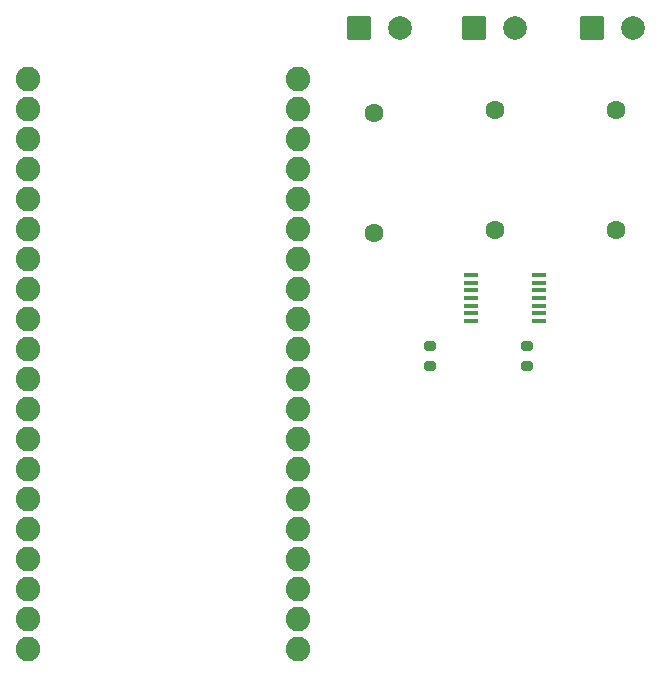
<source format=gbr>
%TF.GenerationSoftware,KiCad,Pcbnew,9.0.6*%
%TF.CreationDate,2025-11-23T12:16:46-08:00*%
%TF.ProjectId,CurrentTransformer,43757272-656e-4745-9472-616e73666f72,rev?*%
%TF.SameCoordinates,Original*%
%TF.FileFunction,Soldermask,Top*%
%TF.FilePolarity,Negative*%
%FSLAX46Y46*%
G04 Gerber Fmt 4.6, Leading zero omitted, Abs format (unit mm)*
G04 Created by KiCad (PCBNEW 9.0.6) date 2025-11-23 12:16:46*
%MOMM*%
%LPD*%
G01*
G04 APERTURE LIST*
G04 Aperture macros list*
%AMRoundRect*
0 Rectangle with rounded corners*
0 $1 Rounding radius*
0 $2 $3 $4 $5 $6 $7 $8 $9 X,Y pos of 4 corners*
0 Add a 4 corners polygon primitive as box body*
4,1,4,$2,$3,$4,$5,$6,$7,$8,$9,$2,$3,0*
0 Add four circle primitives for the rounded corners*
1,1,$1+$1,$2,$3*
1,1,$1+$1,$4,$5*
1,1,$1+$1,$6,$7*
1,1,$1+$1,$8,$9*
0 Add four rect primitives between the rounded corners*
20,1,$1+$1,$2,$3,$4,$5,0*
20,1,$1+$1,$4,$5,$6,$7,0*
20,1,$1+$1,$6,$7,$8,$9,0*
20,1,$1+$1,$8,$9,$2,$3,0*%
G04 Aperture macros list end*
%ADD10C,2.083600*%
%ADD11RoundRect,0.102000X-0.900000X-0.900000X0.900000X-0.900000X0.900000X0.900000X-0.900000X0.900000X0*%
%ADD12C,2.004000*%
%ADD13RoundRect,0.200000X-0.275000X0.200000X-0.275000X-0.200000X0.275000X-0.200000X0.275000X0.200000X0*%
%ADD14C,1.600000*%
%ADD15R,1.168400X0.304800*%
G04 APERTURE END LIST*
D10*
%TO.C,U1*%
X155750000Y-119030000D03*
X155750000Y-116490000D03*
X155750000Y-113950000D03*
X155750000Y-111410000D03*
X155750000Y-108870000D03*
X155750000Y-106330000D03*
X155750000Y-103790000D03*
X155750000Y-101250000D03*
X155750000Y-98710000D03*
X155750000Y-96170000D03*
X155750000Y-93630000D03*
X155750000Y-91090000D03*
X155750000Y-88550000D03*
X155750000Y-86010000D03*
X155750000Y-83470000D03*
X155750000Y-80930000D03*
X155750000Y-78390000D03*
X155750000Y-75850000D03*
X155750000Y-73310000D03*
X155750000Y-70770000D03*
X178610000Y-119030000D03*
X178610000Y-116490000D03*
X178610000Y-113950000D03*
X178610000Y-111410000D03*
X178610000Y-108870000D03*
X178610000Y-106330000D03*
X178610000Y-103790000D03*
X178610000Y-101250000D03*
X178610000Y-98710000D03*
X178610000Y-96170000D03*
X178610000Y-93630000D03*
X178610000Y-91090000D03*
X178610000Y-88550000D03*
X178610000Y-86010000D03*
X178610000Y-83470000D03*
X178610000Y-80930000D03*
X178610000Y-78390000D03*
X178610000Y-75850000D03*
X178610000Y-73310000D03*
X178610000Y-70770000D03*
%TD*%
D11*
%TO.C,J3*%
X203500000Y-66500000D03*
D12*
X207000000Y-66500000D03*
%TD*%
D13*
%TO.C,R2*%
X198000000Y-93425000D03*
X198000000Y-95075000D03*
%TD*%
D11*
%TO.C,J2*%
X183750000Y-66500000D03*
D12*
X187250000Y-66500000D03*
%TD*%
D14*
%TO.C,R4*%
X185000000Y-83830000D03*
X185000000Y-73670000D03*
%TD*%
%TO.C,R5*%
X205500000Y-83580000D03*
X205500000Y-73420000D03*
%TD*%
D15*
%TO.C,U2*%
X193259600Y-87399998D03*
X193259600Y-88049999D03*
X193259600Y-88700000D03*
X193259600Y-89349999D03*
X193259600Y-89999998D03*
X193259600Y-90649999D03*
X193259600Y-91299998D03*
X199000000Y-91300000D03*
X199000000Y-90649999D03*
X199000000Y-90000000D03*
X199000000Y-89349999D03*
X199000000Y-88700000D03*
X199000000Y-88049999D03*
X199000000Y-87400000D03*
%TD*%
D13*
%TO.C,R1*%
X189750000Y-93425000D03*
X189750000Y-95075000D03*
%TD*%
D11*
%TO.C,J1*%
X193500000Y-66500000D03*
D12*
X197000000Y-66500000D03*
%TD*%
D14*
%TO.C,R3*%
X195250000Y-83580000D03*
X195250000Y-73420000D03*
%TD*%
M02*

</source>
